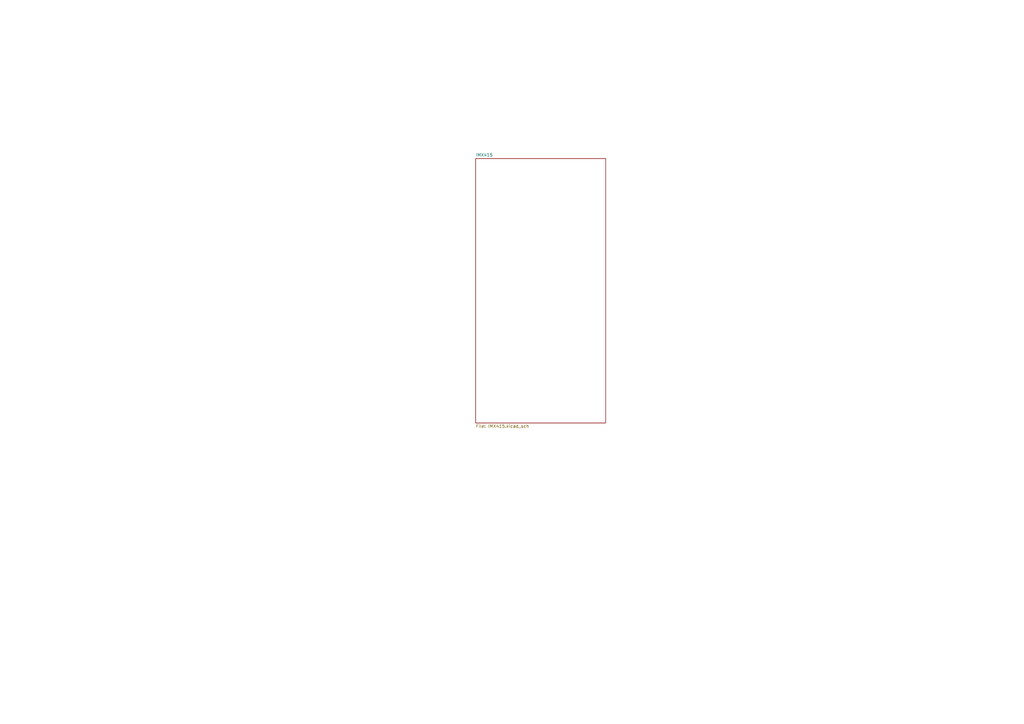
<source format=kicad_sch>
(kicad_sch (version 20230819) (generator eeschema)
  (paper "A3")
  (lib_symbols)
  (sheet (at 195.072 65.024) (size 53.34 108.458) (stroke (width 0.1524))
    (property "Sheetname" "IMX415" (at 195.072 64.3124 0) (effects (justify left bottom)))
    (property "Sheetfile" "IMX415.kicad_sch" (at 195.072 174.0666 0) (effects (justify left top)))
  )
)
</source>
